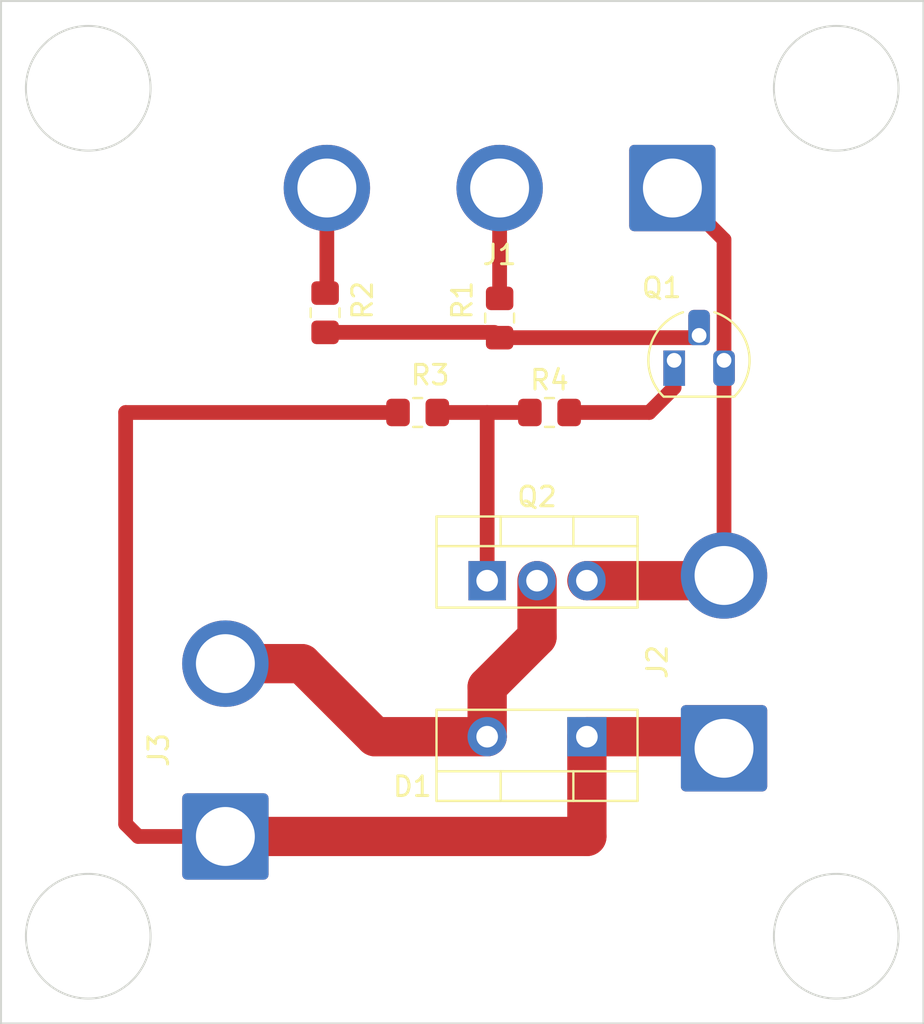
<source format=kicad_pcb>
(kicad_pcb (version 20211014) (generator pcbnew)
  (layers (0 "F.Cu" signal) (31 "B.Cu" signal) (34 "B.Paste" user) (35 "F.Paste" user) (36 "B.SilkS" user "B.Silkscreen") (37 "F.SilkS" user "F.Silkscreen") (38 "B.Mask" user) (39 "F.Mask" user) (44 "Edge.Cuts" user))
  (net 0 "")
  (net 1 "+12V")
  (net 2 "Net-(D1-Pad2)")
  (net 3 "Net-(Q1-Pad1)")
  (net 4 "Net-(Q1-Pad2)")
  (net 5 "GND")
  (net 6 "Net-(J1-Pad2)")
  (net 7 "+5V")
  (net 8 "Net-(R3-Pad2)")
  (footprint "Resistor_SMD:R_0805_2012Metric_Pad1.20x1.40mm_HandSolder" (layer "F.Cu") (at 219.71 117.475)
    (fp_text reference "R4" (at 0 -1.65) (layer "F.SilkS"))
    (fp_text value "200")
    (fp_line (start -0.227064 0.735) (end 0.227064 0.735) (layer "F.SilkS") (width 0.12))
    (fp_line (start -0.227064 -0.735) (end 0.227064 -0.735) (layer "F.SilkS") (width 0.12))
    (pad "1" smd roundrect (at -1 0) (size 1.2 1.4) (layers "F.Cu" "F.Paste" "F.Mask") (roundrect_rratio 0.2083333333) (net 8 "Net-(R3-Pad2)"))
    (pad "2" smd roundrect (at 1 0) (size 1.2 1.4) (layers "F.Cu" "F.Paste" "F.Mask") (roundrect_rratio 0.2083333333) (net 3 "Net-(Q1-Pad1)"))
  )
  (footprint "Resistor_SMD:R_0805_2012Metric_Pad1.20x1.40mm_HandSolder" (layer "F.Cu") (at 212.995 117.475)
    (fp_text reference "R3" (at 0.635 -1.905) (layer "F.SilkS"))
    (fp_text value "10K")
    (fp_line (start -0.227064 0.735) (end 0.227064 0.735) (layer "F.SilkS") (width 0.12))
    (fp_line (start -0.227064 -0.735) (end 0.227064 -0.735) (layer "F.SilkS") (width 0.12))
    (pad "1" smd roundrect (at -1 0) (size 1.2 1.4) (layers "F.Cu" "F.Paste" "F.Mask") (roundrect_rratio 0.2083333333) (net 1 "+12V"))
    (pad "2" smd roundrect (at 1 0) (size 1.2 1.4) (layers "F.Cu" "F.Paste" "F.Mask") (roundrect_rratio 0.2083333333) (net 8 "Net-(R3-Pad2)"))
  )
  (footprint "Package_TO_SOT_THT:TO-92_HandSolder" (layer "F.Cu") (at 226.06 114.82)
    (fp_text reference "Q1" (at -0.635 -3.695) (layer "F.SilkS"))
    (fp_text value "BS108")
    (fp_line (start -0.53 1.85) (end 3.07 1.85) (layer "F.SilkS") (width 0.12))
    (fp_arc (start 2.05 -2.45) (mid 3.769931 -0.601036) (end 3.078445 1.827684) (layer "F.SilkS") (width 0.12))
    (fp_arc (start -0.541875 1.841741) (mid -1.247231 -0.581764) (end 0.45 -2.45) (layer "F.SilkS") (width 0.12))
    (pad "1" thru_hole rect (at 0 0) (size 1.1 1.8) (drill 0.75 (offset 0 0.4)) (layers *.Cu *.Mask) (net 3 "Net-(Q1-Pad1)"))
    (pad "2" thru_hole roundrect (at 1.27 -1.27) (size 1.1 1.8) (drill 0.75 (offset 0 -0.4)) (layers *.Cu *.Mask) (net 4 "Net-(Q1-Pad2)"))
    (pad "3" thru_hole roundrect (at 2.54 0) (size 1.1 1.8) (drill 0.75 (offset 0 0.4)) (layers *.Cu *.Mask) (net 5 "GND"))
  )
  (footprint "Connector_Wire:SolderWire-2.5sqmm_1x03_P8.8mm_D2.4mm_OD4.4mm" (layer "F.Cu") (at 225.97 106.045 180)
    (fp_text reference "J1" (at 8.8 -3.4) (layer "F.SilkS"))
    (fp_text value "Conn_01x03_Female")
    (pad "1" thru_hole roundrect (at 0 0 180) (size 4.4 4.4) (drill 3) (layers *.Cu *.Mask) (roundrect_rratio 0.05681795455) (net 5 "GND"))
    (pad "2" thru_hole circle (at 8.8 0 180) (size 4.4 4.4) (drill 3) (layers *.Cu *.Mask) (net 6 "Net-(J1-Pad2)"))
    (pad "3" thru_hole circle (at 17.6 0 180) (size 4.4 4.4) (drill 3) (layers *.Cu *.Mask) (net 7 "+5V"))
  )
  (footprint "Connector_Wire:SolderWire-2.5sqmm_1x02_P8.8mm_D2.4mm_OD4.4mm" (layer "F.Cu") (at 203.2 139.065 90)
    (fp_text reference "J3" (at 4.4 -3.4 90) (layer "F.SilkS"))
    (fp_text value "Conn_01x02_Female")
    (pad "1" thru_hole roundrect (at 0 0 90) (size 4.4 4.4) (drill 3) (layers *.Cu *.Mask) (roundrect_rratio 0.05681795455) (net 1 "+12V"))
    (pad "2" thru_hole circle (at 8.8 0 90) (size 4.4 4.4) (drill 3) (layers *.Cu *.Mask) (net 2 "Net-(D1-Pad2)"))
  )
  (footprint "Resistor_SMD:R_0805_2012Metric_Pad1.20x1.40mm_HandSolder" (layer "F.Cu") (at 208.28 112.395 -90)
    (fp_text reference "R2" (at -0.635 -1.905 90) (layer "F.SilkS"))
    (fp_text value "10K")
    (fp_line (start -0.227064 0.735) (end 0.227064 0.735) (layer "F.SilkS") (width 0.12))
    (fp_line (start -0.227064 -0.735) (end 0.227064 -0.735) (layer "F.SilkS") (width 0.12))
    (pad "1" smd roundrect (at -1 0 270) (size 1.2 1.4) (layers "F.Cu" "F.Paste" "F.Mask") (roundrect_rratio 0.2083333333) (net 7 "+5V"))
    (pad "2" smd roundrect (at 1 0 270) (size 1.2 1.4) (layers "F.Cu" "F.Paste" "F.Mask") (roundrect_rratio 0.2083333333) (net 4 "Net-(Q1-Pad2)"))
  )
  (footprint "Connector_Wire:SolderWire-2.5sqmm_1x02_P8.8mm_D2.4mm_OD4.4mm" (layer "F.Cu") (at 228.6 134.575 90)
    (fp_text reference "J2" (at 4.4 -3.4 90) (layer "F.SilkS"))
    (fp_text value "Conn_01x02_Female")
    (pad "1" thru_hole roundrect (at 0 0 90) (size 4.4 4.4) (drill 3) (layers *.Cu *.Mask) (roundrect_rratio 0.05681795455) (net 1 "+12V"))
    (pad "2" thru_hole circle (at 8.8 0 90) (size 4.4 4.4) (drill 3) (layers *.Cu *.Mask) (net 5 "GND"))
  )
  (footprint "Package_TO_SOT_THT:TO-220-3_Vertical" (layer "F.Cu") (at 216.535 126.04)
    (fp_text reference "Q2" (at 2.54 -4.27) (layer "F.SilkS"))
    (fp_text value "IRLB8721PBF")
    (fp_line (start 0.69 -3.27) (end 0.69 -1.76) (layer "F.SilkS") (width 0.12))
    (fp_line (start -2.58 -1.76) (end 7.66 -1.76) (layer "F.SilkS") (width 0.12))
    (fp_line (start 7.66 -3.27) (end 7.66 1.371) (layer "F.SilkS") (width 0.12))
    (fp_line (start -2.58 -3.27) (end 7.66 -3.27) (layer "F.SilkS") (width 0.12))
    (fp_line (start 4.391 -3.27) (end 4.391 -1.76) (layer "F.SilkS") (width 0.12))
    (fp_line (start -2.58 -3.27) (end -2.58 1.371) (layer "F.SilkS") (width 0.12))
    (fp_line (start -2.58 1.371) (end 7.66 1.371) (layer "F.SilkS") (width 0.12))
    (pad "1" thru_hole rect (at 0 0) (size 1.905 2) (drill 1.1) (layers *.Cu *.Mask) (net 8 "Net-(R3-Pad2)"))
    (pad "2" thru_hole oval (at 2.54 0) (size 1.905 2) (drill 1.1) (layers *.Cu *.Mask) (net 2 "Net-(D1-Pad2)"))
    (pad "3" thru_hole oval (at 5.08 0) (size 1.905 2) (drill 1.1) (layers *.Cu *.Mask) (net 5 "GND"))
  )
  (footprint "Package_TO_SOT_THT:TO-220-2_Vertical" (layer "F.Cu") (at 221.615 133.985 180)
    (fp_text reference "D1" (at 8.89 -2.54) (layer "F.SilkS"))
    (fp_text value "D")
    (fp_line (start -2.58 1.371) (end 7.66 1.371) (layer "F.SilkS") (width 0.12))
    (fp_line (start 7.66 -3.27) (end 7.66 1.371) (layer "F.SilkS") (width 0.12))
    (fp_line (start 0.69 -3.27) (end 0.69 -1.76) (layer "F.SilkS") (width 0.12))
    (fp_line (start -2.58 -3.27) (end 7.66 -3.27) (layer "F.SilkS") (width 0.12))
    (fp_line (start -2.58 -3.27) (end -2.58 1.371) (layer "F.SilkS") (width 0.12))
    (fp_line (start -2.58 -1.76) (end 7.66 -1.76) (layer "F.SilkS") (width 0.12))
    (fp_line (start 4.391 -3.27) (end 4.391 -1.76) (layer "F.SilkS") (width 0.12))
    (pad "1" thru_hole rect (at 0 0 180) (size 2 2) (drill 1.1) (layers *.Cu *.Mask) (net 1 "+12V"))
    (pad "2" thru_hole oval (at 5.08 0 180) (size 2 2) (drill 1.1) (layers *.Cu *.Mask) (net 2 "Net-(D1-Pad2)"))
  )
  (footprint "Resistor_SMD:R_0805_2012Metric_Pad1.20x1.40mm_HandSolder" (layer "F.Cu") (at 217.17 112.665 90)
    (fp_text reference "R1" (at 0.905 -1.905 90) (layer "F.SilkS"))
    (fp_text value "200")
    (fp_line (start -0.227064 0.735) (end 0.227064 0.735) (layer "F.SilkS") (width 0.12))
    (fp_line (start -0.227064 -0.735) (end 0.227064 -0.735) (layer "F.SilkS") (width 0.12))
    (pad "1" smd roundrect (at -1 0 90) (size 1.2 1.4) (layers "F.Cu" "F.Paste" "F.Mask") (roundrect_rratio 0.2083333333) (net 4 "Net-(Q1-Pad2)"))
    (pad "2" smd roundrect (at 1 0 90) (size 1.2 1.4) (layers "F.Cu" "F.Paste" "F.Mask") (roundrect_rratio 0.2083333333) (net 6 "Net-(J1-Pad2)"))
  )
  (gr_circle (center 234.315 100.965) (end 236.855 102.87) (layer "Edge.Cuts") (width 0.1) (fill none))
  (gr_rect (start 191.77 96.52) (end 238.76 148.59) (layer "Edge.Cuts") (width 0.1) (fill none))
  (gr_circle (center 234.315 144.145) (end 236.855 146.05) (layer "Edge.Cuts") (width 0.1) (fill none))
  (gr_circle (center 196.215 100.965) (end 198.755 102.87) (layer "Edge.Cuts") (width 0.1) (fill none))
  (gr_circle (center 196.215 144.145) (end 198.755 146.05) (layer "Edge.Cuts") (width 0.1) (fill none))
  (segment (start 203.2 139.065) (end 221.615 139.065) (width 2) (layer "F.Cu") (net 1))
  (segment (start 198.755 139.065) (end 203.2 139.065) (width 0.75) (layer "F.Cu") (net 1))
  (segment (start 198.12 117.475) (end 198.12 138.43) (width 0.75) (layer "F.Cu") (net 1))
  (segment (start 221.615 139.065) (end 221.615 133.985) (width 2) (layer "F.Cu") (net 1))
  (segment (start 198.12 138.43) (end 198.755 139.065) (width 0.75) (layer "F.Cu") (net 1))
  (segment (start 228.6 133.985) (end 229.325 133.985) (width 0.25) (layer "F.Cu") (net 1))
  (segment (start 221.615 133.985) (end 228.6 133.985) (width 2) (layer "F.Cu") (net 1))
  (segment (start 212.09 117.475) (end 198.12 117.475) (width 0.75) (layer "F.Cu") (net 1))
  (segment (start 216.535 133.985) (end 210.82 133.985) (width 2) (layer "F.Cu") (net 2))
  (segment (start 219.075 126.04) (end 219.075 128.905) (width 2) (layer "F.Cu") (net 2))
  (segment (start 210.82 133.985) (end 207.1 130.265) (width 2) (layer "F.Cu") (net 2))
  (segment (start 219.075 128.905) (end 216.535 131.445) (width 2) (layer "F.Cu") (net 2))
  (segment (start 207.1 130.265) (end 203.2 130.265) (width 2) (layer "F.Cu") (net 2))
  (segment (start 216.535 131.445) (end 216.535 133.985) (width 2) (layer "F.Cu") (net 2))
  (segment (start 226.06 114.82) (end 226.06 116.205) (width 0.25) (layer "F.Cu") (net 3))
  (segment (start 224.79 117.475) (end 220.71 117.475) (width 0.75) (layer "F.Cu") (net 3))
  (segment (start 226.06 116.205) (end 224.79 117.475) (width 0.75) (layer "F.Cu") (net 3))
  (segment (start 217.17 113.665) (end 227.215 113.665) (width 0.75) (layer "F.Cu") (net 4))
  (segment (start 216.9 113.395) (end 217.17 113.665) (width 0.25) (layer "F.Cu") (net 4))
  (segment (start 208.28 113.395) (end 216.9 113.395) (width 0.75) (layer "F.Cu") (net 4))
  (segment (start 227.215 113.665) (end 227.33 113.55) (width 0.25) (layer "F.Cu") (net 4))
  (segment (start 228.6 125.73) (end 228.6 108.675) (width 0.75) (layer "F.Cu") (net 5))
  (segment (start 221.615 126.04) (end 228.29 126.04) (width 2) (layer "F.Cu") (net 5))
  (segment (start 228.6 108.675) (end 225.97 106.045) (width 0.75) (layer "F.Cu") (net 5))
  (segment (start 228.29 126.04) (end 228.6 125.73) (width 2) (layer "F.Cu") (net 5))
  (segment (start 217.17 106.045) (end 217.17 111.665) (width 0.75) (layer "F.Cu") (net 6))
  (segment (start 208.37 111.305) (end 208.28 111.395) (width 0.25) (layer "F.Cu") (net 7))
  (segment (start 208.37 106.045) (end 208.37 111.305) (width 0.75) (layer "F.Cu") (net 7))
  (segment (start 216.535 117.475) (end 216.535 126.04) (width 0.75) (layer "F.Cu") (net 8))
  (segment (start 218.71 117.475) (end 213.995 117.475) (width 0.75) (layer "F.Cu") (net 8))
)
</source>
